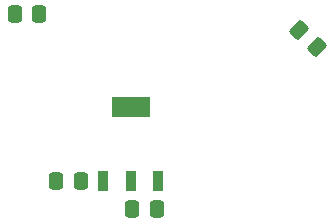
<source format=gbr>
%TF.GenerationSoftware,KiCad,Pcbnew,7.0.5*%
%TF.CreationDate,2023-07-11T15:30:59-04:00*%
%TF.ProjectId,StepperMotor_module_V2_XIAO_RP2040,53746570-7065-4724-9d6f-746f725f6d6f,rev?*%
%TF.SameCoordinates,Original*%
%TF.FileFunction,Paste,Bot*%
%TF.FilePolarity,Positive*%
%FSLAX46Y46*%
G04 Gerber Fmt 4.6, Leading zero omitted, Abs format (unit mm)*
G04 Created by KiCad (PCBNEW 7.0.5) date 2023-07-11 15:30:59*
%MOMM*%
%LPD*%
G01*
G04 APERTURE LIST*
G04 Aperture macros list*
%AMRoundRect*
0 Rectangle with rounded corners*
0 $1 Rounding radius*
0 $2 $3 $4 $5 $6 $7 $8 $9 X,Y pos of 4 corners*
0 Add a 4 corners polygon primitive as box body*
4,1,4,$2,$3,$4,$5,$6,$7,$8,$9,$2,$3,0*
0 Add four circle primitives for the rounded corners*
1,1,$1+$1,$2,$3*
1,1,$1+$1,$4,$5*
1,1,$1+$1,$6,$7*
1,1,$1+$1,$8,$9*
0 Add four rect primitives between the rounded corners*
20,1,$1+$1,$2,$3,$4,$5,0*
20,1,$1+$1,$4,$5,$6,$7,0*
20,1,$1+$1,$6,$7,$8,$9,0*
20,1,$1+$1,$8,$9,$2,$3,0*%
G04 Aperture macros list end*
%ADD10RoundRect,0.250000X0.337500X0.475000X-0.337500X0.475000X-0.337500X-0.475000X0.337500X-0.475000X0*%
%ADD11R,0.950000X1.750000*%
%ADD12R,3.200000X1.750000*%
%ADD13RoundRect,0.250000X0.574524X0.097227X0.097227X0.574524X-0.574524X-0.097227X-0.097227X-0.574524X0*%
G04 APERTURE END LIST*
D10*
%TO.C,C5*%
X131537500Y-62750000D03*
X129462500Y-62750000D03*
%TD*%
D11*
%TO.C,IC1*%
X141550000Y-76950000D03*
X139250000Y-76950000D03*
X136950000Y-76950000D03*
D12*
X139250000Y-70650000D03*
%TD*%
D10*
%TO.C,C4*%
X141487500Y-79300000D03*
X139412500Y-79300000D03*
%TD*%
D13*
%TO.C,C1*%
X155000000Y-65600000D03*
X153532754Y-64132754D03*
%TD*%
D10*
%TO.C,C3*%
X135025000Y-76950000D03*
X132950000Y-76950000D03*
%TD*%
M02*

</source>
